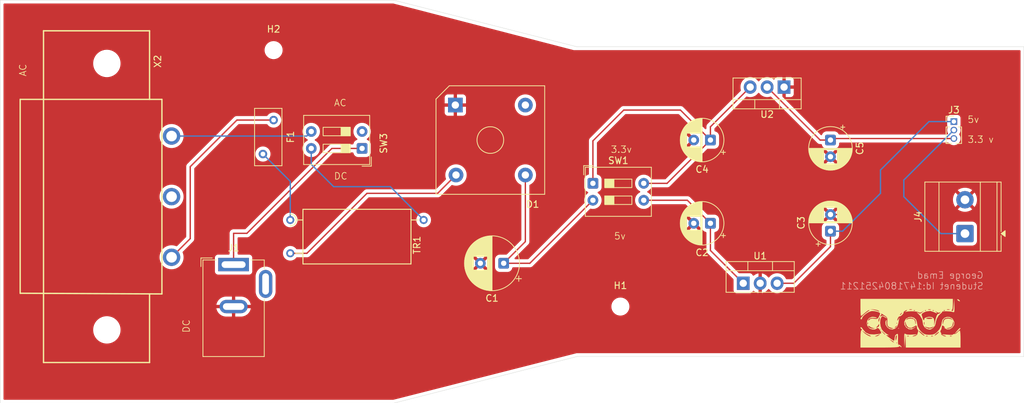
<source format=kicad_pcb>
(kicad_pcb (version 20241229) (generator "pcbnew") (generator_version "9.0")
  (layers (0 "F.Cu" signal) (2 "B.Cu" signal) (13 "F.Paste" user) (15 "B.Paste" user) (5 "F.SilkS" user "F.Silkscreen") (7 "B.SilkS" user "B.Silkscreen") (1 "F.Mask" user) (3 "B.Mask" user) (25 "Edge.Cuts" user))
  (net 0 "")
  (net 1 "Net-(D1--)")
  (net 2 "GND")
  (net 3 "IN_2")
  (net 4 "/5v")
  (net 5 "IN_1")
  (net 6 "/3.3v")
  (net 7 "Net-(D1-Pad2)")
  (net 8 "Net-(D1-Pad4)")
  (net 9 "Net-(F1-Pad2)")
  (net 10 "Net-(F1-Pad1)")
  (net 11 "Net-(J1-Pad1)")
  (net 12 "Net-(SW3-Pad3)")
  (net 13 "Net-(J3-Pin_2)")
  (net 14 "Net-(SW1-B-Pad5)")
  (net 15 "Net-(SW3-Pad4)")
  (footprint "Connector_BarrelJack:BarrelJack_GCT_DCJ200-10-A_Horizontal" (layer "F.Cu") (at 77.5 115.7)
    (property "Reference" "J1" (at 0 -2.5 0) (layer "F.SilkS"))
    (property "Value" "Jack-DC")
    (pad "1" thru_hole rect (at 0 0) (size 4.6 2) (drill oval 3.6 1) (layers "*.Cu" "*.Mask") (net 11 "Net-(J1-Pad1)"))
    (pad "2" thru_hole oval (at 0 6.3) (size 4.2 2) (drill oval 3.2 1) (layers "*.Cu" "*.Mask") (net 2 "GND"))
    (pad "3" thru_hole oval (at 4.8 2.9) (size 2 4.2) (drill oval 1 3.2) (layers "*.Cu" "*.Mask"))
  )
  (footprint "Capacitor_THT:CP_Radial_D6.3mm_P2.50mm" (layer "F.Cu") (at 167 110.68238 90)
    (property "Reference" "C3" (at 1.25 -4.4 90) (layer "F.SilkS"))
    (property "Value" "10uf")
    (pad "1" thru_hole roundrect (at 0 0 90) (size 1.6 1.6) (drill 0.8) (layers "*.Cu" "*.Mask") (roundrect_rratio 0.15625) (net 4 "/5v"))
    (pad "2" thru_hole circle (at 2.5 0 90) (size 1.6 1.6) (drill 0.8) (layers "*.Cu" "*.Mask") (net 2 "GND"))
  )
  (footprint "MountingHole:MountingHole_2.2mm_M2" (layer "F.Cu") (at 135.5 122)
    (property "Reference" "H1" (at 0 -3.15 0) (layer "F.SilkS"))
    (property "Value" "MountingHole")
    (pad "" np_thru_hole circle (at 0 0) (size 2.2 2.2) (drill 2.2) (layers "*.Cu" "*.Mask"))
  )
  (footprint "Button_Switch_THT:SW_DIP_SPSTx02_Slide_9.78x7.26mm_W7.62mm_P2.54mm" (layer "F.Cu") (at 131.38 103.5)
    (property "Reference" "SW1" (at 3.81 -3.42 0) (layer "F.SilkS"))
    (property "Value" "SW_Push_DPDT")
    (pad "1" thru_hole roundrect (at 0 0) (size 1.6 1.6) (drill 0.8) (layers "*.Cu" "*.Mask") (roundrect_rratio 0.15625) (net 5 "IN_1"))
    (pad "2" thru_hole circle (at 0 2.54) (size 1.6 1.6) (drill 0.8) (layers "*.Cu" "*.Mask") (net 1 "Net-(D1--)"))
    (pad "3" thru_hole circle (at 7.62 2.54) (size 1.6 1.6) (drill 0.8) (layers "*.Cu" "*.Mask") (net 3 "IN_2"))
    (pad "4" thru_hole circle (at 7.62 0) (size 1.6 1.6) (drill 0.8) (layers "*.Cu" "*.Mask") (net 5 "IN_1"))
  )
  (footprint "Capacitor_THT:CP_Radial_D6.3mm_P2.50mm" (layer "F.Cu") (at 167 97 -90)
    (property "Reference" "C5" (at 1.25 -4.4 90) (layer "F.SilkS"))
    (property "Value" "10uf")
    (pad "1" thru_hole roundrect (at 0 0 270) (size 1.6 1.6) (drill 0.8) (layers "*.Cu" "*.Mask") (roundrect_rratio 0.15625) (net 6 "/3.3v"))
    (pad "2" thru_hole circle (at 2.5 0 270) (size 1.6 1.6) (drill 0.8) (layers "*.Cu" "*.Mask") (net 2 "GND"))
  )
  (footprint "TerminalBlock_Phoenix:TerminalBlock_Phoenix_MKDS-3-2-5.08_1x02_P5.08mm_Horizontal" (layer "F.Cu") (at 187.1675 111.045 90)
    (property "Reference" "J4" (at 2.54 -7.02 90) (layer "F.SilkS"))
    (property "Value" "Screw_Terminal_01x02")
    (pad "1" thru_hole roundrect (at 0 0 90) (size 2.6 2.6) (drill 1.3) (layers "*.Cu" "*.Mask") (roundrect_rratio 0.096154) (net 13 "Net-(J3-Pin_2)"))
    (pad "2" thru_hole circle (at 5.08 0 90) (size 2.6 2.6) (drill 1.3) (layers "*.Cu" "*.Mask") (net 2 "GND"))
  )
  (footprint "MountingHole:MountingHole_2.2mm_M2" (layer "F.Cu") (at 83.5 83.5)
    (property "Reference" "H2" (at 0 -3.15 0) (layer "F.SilkS"))
    (property "Value" "MountingHole")
    (pad "" np_thru_hole circle (at 0 0) (size 2.2 2.2) (drill 2.2) (layers "*.Cu" "*.Mask"))
  )
  (footprint "Capacitor_THT:CP_Radial_D6.3mm_P2.50mm" (layer "F.Cu") (at 149 109.5 180)
    (property "Reference" "C2" (at 1.25 -4.4 0) (layer "F.SilkS"))
    (property "Value" "10uf")
    (pad "1" thru_hole roundrect (at 0 0 180) (size 1.6 1.6) (drill 0.8) (layers "*.Cu" "*.Mask") (roundrect_rratio 0.15625) (net 3 "IN_2"))
    (pad "2" thru_hole circle (at 2.5 0 180) (size 1.6 1.6) (drill 0.8) (layers "*.Cu" "*.Mask") (net 2 "GND"))
  )
  (footprint "Capacitor_THT:CP_Radial_D6.3mm_P2.50mm" (layer "F.Cu") (at 149 97 180)
    (property "Reference" "C4" (at 1.25 -4.4 0) (layer "F.SilkS"))
    (property "Value" "10uf")
    (pad "1" thru_hole roundrect (at 0 0 180) (size 1.6 1.6) (drill 0.8) (layers "*.Cu" "*.Mask") (roundrect_rratio 0.15625) (net 5 "IN_1"))
    (pad "2" thru_hole circle (at 2.5 0 180) (size 1.6 1.6) (drill 0.8) (layers "*.Cu" "*.Mask") (net 2 "GND"))
  )
  (footprint "Package_TO_SOT_THT:TO-220-3_Vertical" (layer "F.Cu") (at 153.92 118.5)
    (property "Reference" "U1" (at 2.54 -4.1 0) (layer "F.SilkS"))
    (property "Value" "LM7805_TO220")
    (pad "1" thru_hole rect (at 0 0) (size 1.905 2) (drill 1.1) (layers "*.Cu" "*.Mask") (net 3 "IN_2"))
    (pad "2" thru_hole oval (at 2.54 0) (size 1.905 2) (drill 1.1) (layers "*.Cu" "*.Mask") (net 2 "GND"))
    (pad "3" thru_hole oval (at 5.08 0) (size 1.905 2) (drill 1.1) (layers "*.Cu" "*.Mask") (net 4 "/5v"))
  )
  (footprint "Package_TO_SOT_THT:TO-220-3_Vertical" (layer "F.Cu") (at 160.04 89.05 180)
    (property "Reference" "U2" (at 2.54 -4.1 0) (layer "F.SilkS"))
    (property "Value" "AMS1117-3.3")
    (pad "1" thru_hole rect (at 0 0 180) (size 1.905 2) (drill 1.1) (layers "*.Cu" "*.Mask") (net 2 "GND"))
    (pad "2" thru_hole oval (at 2.54 0 180) (size 1.905 2) (drill 1.1) (layers "*.Cu" "*.Mask") (net 6 "/3.3v"))
    (pad "3" thru_hole oval (at 5.08 0 180) (size 1.905 2) (drill 1.1) (layers "*.Cu" "*.Mask") (net 5 "IN_1"))
  )
  (footprint "AC_connector:6ESRM-P" (layer "F.Cu") (at 58.5 105.5 -90)
    (property "Reference" "X2" (at -20.32 -7.62 90) (layer "F.SilkS"))
    (property "Value" "6ESRM-P")
    (pad "" np_thru_hole circle (at -20 0 270) (size 3.6 3.6) (drill 3.6) (layers "*.Cu" "*.Mask"))
    (pad "" np_thru_hole circle (at 20 0 270) (size 3.6 3.6) (drill 3.6) (layers "*.Cu" "*.Mask"))
    (pad "1" thru_hole circle (at -9.1 -9.7 270) (size 2.6 2.6) (drill 1.6) (layers "*.Cu" "*.Mask") (net 12 "Net-(SW3-Pad3)"))
    (pad "2" thru_hole circle (at 0 -9.7 270) (size 2.6 2.6) (drill 1.6) (layers "*.Cu" "*.Mask"))
    (pad "3" thru_hole circle (at 9.1 -9.7 270) (size 2.6 2.6) (drill 1.6) (layers "*.Cu" "*.Mask") (net 10 "Net-(F1-Pad1)"))
  )
  (footprint "Diode_THT:Diode_Bridge_Vishay_KBPC1" (layer "F.Cu") (at 110.75 91.75)
    (property "Reference" "D1" (at 11.6 14.9 0) (layer "F.SilkS"))
    (property "Value" "VS-KBPC104")
    (pad "1" thru_hole rect (at 0 0) (size 2.2 2.2) (drill 1.1) (layers "*.Cu" "*.Mask") (net 2 "GND"))
    (pad "2" thru_hole circle (at 0.1 10.5) (size 2.2 2.2) (drill 1.1) (layers "*.Cu" "*.Mask") (net 7 "Net-(D1-Pad2)"))
    (pad "3" thru_hole circle (at 10.5 10.5) (size 2.2 2.2) (drill 1.1) (layers "*.Cu" "*.Mask") (net 1 "Net-(D1--)"))
    (pad "4" thru_hole circle (at 10.5 0) (size 2.2 2.2) (drill 1.1) (layers "*.Cu" "*.Mask") (net 8 "Net-(D1-Pad4)"))
  )
  (footprint "Capacitor_THT:CP_Radial_D8.0mm_P3.50mm" (layer "F.Cu") (at 118 115.5 180)
    (property "Reference" "C1" (at 1.75 -5.25 0) (layer "F.SilkS"))
    (property "Value" "1000uf")
    (pad "1" thru_hole roundrect (at 0 0 180) (size 1.6 1.6) (drill 0.8) (layers "*.Cu" "*.Mask") (roundrect_rratio 0.15625) (net 1 "Net-(D1--)"))
    (pad "2" thru_hole circle (at 3.5 0 180) (size 1.6 1.6) (drill 0.8) (layers "*.Cu" "*.Mask") (net 2 "GND"))
  )
  (footprint "Button_Switch_THT:SW_DIP_SPSTx02_Slide_9.78x7.26mm_W7.62mm_P2.54mm" (layer "F.Cu") (at 96.7675 98.2575 180)
    (property "Reference" "SW3" (at -3.2325 0.7575 90) (layer "F.SilkS"))
    (property "Value" "SW_DPST")
    (pad "1" thru_hole roundrect (at 0 0 180) (size 1.6 1.6) (drill 0.8) (layers "*.Cu" "*.Mask") (roundrect_rratio 0.15625) (net 11 "Net-(J1-Pad1)"))
    (pad "2" thru_hole circle (at 0 2.54 180) (size 1.6 1.6) (drill 0.8) (layers "*.Cu" "*.Mask") (net 14 "Net-(SW1-B-Pad5)"))
    (pad "3" thru_hole circle (at 7.62 2.54 180) (size 1.6 1.6) (drill 0.8) (layers "*.Cu" "*.Mask") (net 12 "Net-(SW3-Pad3)"))
    (pad "4" thru_hole circle (at 7.62 0 180) (size 1.6 1.6) (drill 0.8) (layers "*.Cu" "*.Mask") (net 15 "Net-(SW3-Pad4)"))
  )
  (footprint "Connector_PinHeader_1.27mm:PinHeader_1x03_P1.27mm_Vertical" (layer "F.Cu") (at 185.5 94.23)
    (property "Reference" "J3" (at 0 -1.745 0) (layer "F.SilkS"))
    (property "Value" "Conn_01x03_Pin")
    (pad "1" thru_hole rect (at 0 0) (size 1 1) (drill 0.65) (layers "*.Cu" "*.Mask") (net 4 "/5v"))
    (pad "2" thru_hole circle (at 0 1.27) (size 1 1) (drill 0.65) (layers "*.Cu" "*.Mask") (net 13 "Net-(J3-Pin_2)"))
    (pad "3" thru_hole circle (at 0 2.54) (size 1 1) (drill 0.65) (layers "*.Cu" "*.Mask") (net 6 "/3.3v"))
  )
  (footprint "Transformer_THT:Autotransformer_ZS1052-AC" (layer "F.Cu") (at 86 109)
    (property "Reference" "TR1" (at 19 3.77 90) (layer "F.SilkS"))
    (property "Value" "TRANSF1")
    (pad "1" thru_hole circle (at 0 0 270) (size 1.2 1.2) (drill 0.7) (layers "*.Cu" "*.Mask") (net 9 "Net-(F1-Pad2)"))
    (pad "2" thru_hole circle (at 20 0 270) (size 1.2 1.2) (drill 0.7) (layers "*.Cu" "*.Mask") (net 15 "Net-(SW3-Pad4)"))
    (pad "3" thru_hole circle (at 0 5 270) (size 1.2 1.2) (drill 0.7) (layers "*.Cu" "*.Mask") (net 7 "Net-(D1-Pad2)"))
  )
  (footprint "Cypod:cypod_footprint" (layer "F.Cu") (at 179 124.5)
    (property "Reference" "G***" (hide yes))
    (property "Value" "LOGO" (hide yes))
  )
  (footprint "Fuse:Fuse_BelFuse_0ZRE0005FF_L8.3mm_W3.8mm" (layer "F.Cu") (at 83.5 94 -90)
    (property "Reference" "F1" (at 2.54 -2.54 90) (layer "F.SilkS"))
    (property "Value" "Fuse")
    (pad "1" thru_hole circle (at 0 0 270) (size 1.27 1.27) (drill 0.71) (layers "*.Cu" "*.Mask") (net 10 "Net-(F1-Pad1)"))
    (pad "2" thru_hole circle (at 5.1 1.6 270) (size 1.27 1.27) (drill 0.71) (layers "*.Cu" "*.Mask") (net 9 "Net-(F1-Pad2)"))
  )
  (gr_line (start 129 129.5) (end 196 129.5) (stroke (width 0.05)) (layer "Edge.Cuts"))
  (gr_line (start 101.5 76) (end 129 83) (stroke (width 0.05)) (layer "Edge.Cuts"))
  (gr_line (start 42.5 76) (end 42.5 136.5) (stroke (width 0.05)) (layer "Edge.Cuts"))
  (gr_line (start 42.5 136.5) (end 101.5 136.5) (stroke (width 0.05)) (layer "Edge.Cuts"))
  (gr_line (start 129 83) (end 196 83) (stroke (width 0.05)) (layer "Edge.Cuts"))
  (gr_line (start 196 83) (end 196 129.5) (stroke (width 0.05)) (layer "Edge.Cuts"))
  (gr_line (start 101.5 136.5) (end 129 129.5) (stroke (width 0.05)) (layer "Edge.Cuts"))
  (gr_line (start 42.5 76) (end 101.5 76) (stroke (width 0.05)) (layer "Edge.Cuts"))
  (gr_text "DC" (at 92.5 103 0) (layer "F.SilkS") (effects (font (size 1 1) (thickness 0.1)) (justify left bottom)))
  (gr_text "5v" (at 134.5 112 0) (layer "F.SilkS") (effects (font (size 1 1) (thickness 0.1)) (justify left bottom)))
  (gr_text "5v" (at 187.5 94.5 0) (layer "F.SilkS") (effects (font (size 1 1) (thickness 0.1)) (justify left bottom)))
  (gr_text "DC" (at 71 126 90) (layer "F.SilkS") (effects (font (size 1 1) (thickness 0.1)) (justify left bottom)))
  (gr_text "AC" (at 46.5 87.5 90) (layer "F.SilkS") (effects (font (size 1 1) (thickness 0.1)) (justify left bottom)))
  (gr_text "3.3 v" (at 187.5 97.5 0) (layer "F.SilkS") (effects (font (size 1 1) (thickness 0.1)) (justify left bottom)))
  (gr_text "3.3v" (at 134 99 0) (layer "F.SilkS") (effects (font (size 1 1) (thickness 0.1)) (justify left bottom)))
  (gr_text "AC" (at 92.5 92 0) (layer "F.SilkS") (effects (font (size 1 1) (thickness 0.1)) (justify left bottom)))
  (gr_text "George Emad\nStudenet Id:1471804251211" (at 190 119.5 0) (layer "B.SilkS") (effects (font (size 1 1) (thickness 0.1)) (justify left bottom mirror)))
  (segment (start 118 115.5) (end 121.92 115.5) (width 0.2) (layer "F.Cu") (net 1))
  (segment (start 121.92 115.5) (end 131.38 106.04) (width 0.2) (layer "F.Cu") (net 1))
  (segment (start 121.25 112.25) (end 118 115.5) (width 0.2) (layer "F.Cu") (net 1))
  (segment (start 121.25 102.25) (end 121.25 112.25) (width 0.2) (layer "F.Cu") (net 1))
  (segment (start 184.95012 108.18238) (end 187.1675 105.965) (width 0.2) (layer "F.Cu") (net 2))
  (segment (start 167 108.18238) (end 184.95012 108.18238) (width 0.2) (layer "F.Cu") (net 2))
  (segment (start 139 106.04) (end 145.54 106.04) (width 0.2) (layer "F.Cu") (net 3))
  (segment (start 145.54 106.04) (end 149 109.5) (width 0.2) (layer "F.Cu") (net 3))
  (segment (start 149 109.5) (end 149 113.58) (width 0.2) (layer "F.Cu") (net 3))
  (segment (start 149 113.58) (end 153.92 118.5) (width 0.2) (layer "F.Cu") (net 3))
  (segment (start 161.5 118.5) (end 167 113) (width 0.2) (layer "F.Cu") (net 4))
  (segment (start 159 118.5) (end 161.5 118.5) (width 0.2) (layer "F.Cu") (net 4))
  (segment (start 167 113) (end 167 110.68238) (width 0.2) (layer "F.Cu") (net 4))
  (segment (start 168.81762 110.68238) (end 167 110.68238) (width 0.2) (layer "B.Cu") (net 4))
  (segment (start 185.5 94.23) (end 181.77 94.23) (width 0.2) (layer "B.Cu") (net 4))
  (segment (start 174.5 101.5) (end 174.5 105) (width 0.2) (layer "B.Cu") (net 4))
  (segment (start 174.5 105) (end 168.81762 110.68238) (width 0.2) (layer "B.Cu") (net 4))
  (segment (start 181.77 94.23) (end 174.5 101.5) (width 0.2) (layer "B.Cu") (net 4))
  (segment (start 131.38 97.12) (end 136 92.5) (width 0.2) (layer "F.Cu") (net 5))
  (segment (start 142.5 103.5) (end 149 97) (width 0.2) (layer "F.Cu") (net 5))
  (segment (start 144.5 92.5) (end 149 97) (width 0.2) (layer "F.Cu") (net 5))
  (segment (start 136 92.5) (end 144.5 92.5) (width 0.2) (layer "F.Cu") (net 5))
  (segment (start 139 103.5) (end 142.5 103.5) (width 0.2) (layer "F.Cu") (net 5))
  (segment (start 131.38 103.5) (end 131.38 97.12) (width 0.2) (layer "F.Cu") (net 5))
  (segment (start 149 97) (end 149.5 97) (width 0.2) (layer "F.Cu") (net 5))
  (segment (start 149 97) (end 149 95.01) (width 0.2) (layer "F.Cu") (net 5))
  (segment (start 149 95.01) (end 154.96 89.05) (width 0.2) (layer "F.Cu") (net 5))
  (segment (start 167.23 96.77) (end 167 97) (width 0.2) (layer "F.Cu") (net 6))
  (segment (start 185.5 96.77) (end 167.23 96.77) (width 0.2) (layer "F.Cu") (net 6))
  (segment (start 165.45 97) (end 167 97) (width 0.2) (layer "F.Cu") (net 6))
  (segment (start 157.5 89.05) (end 165.45 97) (width 0.2) (layer "F.Cu") (net 6))
  (segment (start 88.5 114) (end 86 114) (width 0.2) (layer "F.Cu") (net 7))
  (segment (start 97.5 105) (end 88.5 114) (width 0.2) (layer "F.Cu") (net 7))
  (segment (start 110.85 102.25) (end 108.1 105) (width 0.2) (layer "F.Cu") (net 7))
  (segment (start 108.1 105) (end 97.5 105) (width 0.2) (layer "F.Cu") (net 7))
  (segment (start 81.535 99.035) (end 82 99.5) (width 0.2) (layer "F.Cu") (net 9))
  (segment (start 86 103.2) (end 86 109) (width 0.2) (layer "B.Cu") (net 9))
  (segment (start 81.9 99.1) (end 86 103.2) (width 0.2) (layer "B.Cu") (net 9))
  (segment (start 78 94) (end 83.5 94) (width 0.2) (layer "F.Cu") (net 10))
  (segment (start 71 101) (end 78 94) (width 0.2) (layer "F.Cu") (net 10))
  (segment (start 68.2 114.6) (end 71 111.8) (width 0.2) (layer "F.Cu") (net 10))
  (segment (start 71 111.8) (end 71 101) (width 0.2) (layer "F.Cu") (net 10))
  (segment (start 77.5 111) (end 77.5 115.7) (width 0.2) (layer "F.Cu") (net 11))
  (segment (start 92.2425 98.2575) (end 79.5 111) (width 0.2) (layer "F.Cu") (net 11))
  (segment (start 96.7675 98.2575) (end 92.2425 98.2575) (width 0.2) (layer "F.Cu") (net 11))
  (segment (start 79.5 111) (end 77.5 111) (width 0.2) (layer "F.Cu") (net 11))
  (segment (start 88.465 96.4) (end 89.1475 95.7175) (width 0.2) (layer "B.Cu") (net 12))
  (segment (start 68.2 96.4) (end 88.465 96.4) (width 0.2) (layer "B.Cu") (net 12))
  (segment (start 183.545 111.045) (end 178 105.5) (width 0.2) (layer "B.Cu") (net 13))
  (segment (start 178 103) (end 185.5 95.5) (width 0.2) (layer "B.Cu") (net 13))
  (segment (start 187.1675 111.045) (end 183.545 111.045) (width 0.2) (layer "B.Cu") (net 13))
  (segment (start 178 105.5) (end 178 103) (width 0.2) (layer "B.Cu") (net 13))
  (segment (start 106 109) (end 101 104) (width 0.2) (layer "B.Cu") (net 15))
  (segment (start 101 104) (end 92.5 104) (width 0.2) (layer "B.Cu") (net 15))
  (segment (start 89.1475 100.6475) (end 89.1475 98.2575) (width 0.2) (layer "B.Cu") (net 15))
  (segment (start 92.5 104) (end 89.1475 100.6475) (width 0.2) (layer "B.Cu") (net 15))
  (zone (net 2) (net_name "GND") (layer "F.Cu") (connect_pads (clearance 0.5)) (min_thickness 0.25) (fill yes (thermal_gap 0.5) (thermal_bridge_width 0.5))
    (polygon (pts (xy 43 76.5) (xy 43 136) (xy 101.5 136) (xy 129 129) (xy 195.5 129) (xy 195.5 83.5) (xy 128.5 83.5) (xy 101.5 76.5)))
  )
)
</source>
